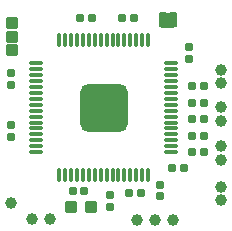
<source format=gbr>
%TF.GenerationSoftware,KiCad,Pcbnew,8.99.0-unknown-4e8e14ae3a~177~ubuntu22.04.1*%
%TF.CreationDate,2024-03-17T18:05:33+10:00*%
%TF.ProjectId,AVEFlex,41564546-6c65-4782-9e6b-696361645f70,rev?*%
%TF.SameCoordinates,Original*%
%TF.FileFunction,Soldermask,Top*%
%TF.FilePolarity,Negative*%
%FSLAX46Y46*%
G04 Gerber Fmt 4.6, Leading zero omitted, Abs format (unit mm)*
G04 Created by KiCad (PCBNEW 8.99.0-unknown-4e8e14ae3a~177~ubuntu22.04.1) date 2024-03-17 18:05:33*
%MOMM*%
%LPD*%
G01*
G04 APERTURE LIST*
G04 Aperture macros list*
%AMRoundRect*
0 Rectangle with rounded corners*
0 $1 Rounding radius*
0 $2 $3 $4 $5 $6 $7 $8 $9 X,Y pos of 4 corners*
0 Add a 4 corners polygon primitive as box body*
4,1,4,$2,$3,$4,$5,$6,$7,$8,$9,$2,$3,0*
0 Add four circle primitives for the rounded corners*
1,1,$1+$1,$2,$3*
1,1,$1+$1,$4,$5*
1,1,$1+$1,$6,$7*
1,1,$1+$1,$8,$9*
0 Add four rect primitives between the rounded corners*
20,1,$1+$1,$2,$3,$4,$5,0*
20,1,$1+$1,$4,$5,$6,$7,0*
20,1,$1+$1,$6,$7,$8,$9,0*
20,1,$1+$1,$8,$9,$2,$3,0*%
G04 Aperture macros list end*
%ADD10RoundRect,0.101600X0.198400X0.248400X-0.198400X0.248400X-0.198400X-0.248400X0.198400X-0.248400X0*%
%ADD11RoundRect,0.101600X-0.198400X-0.248400X0.198400X-0.248400X0.198400X0.248400X-0.198400X0.248400X0*%
%ADD12RoundRect,0.101600X0.248400X-0.198400X0.248400X0.198400X-0.248400X0.198400X-0.248400X-0.198400X0*%
%ADD13RoundRect,0.101600X-0.248400X0.198400X-0.248400X-0.198400X0.248400X-0.198400X0.248400X0.198400X0*%
%ADD14RoundRect,0.150000X0.350000X0.350000X-0.350000X0.350000X-0.350000X-0.350000X0.350000X-0.350000X0*%
%ADD15RoundRect,0.600000X-1.400000X1.400000X-1.400000X-1.400000X1.400000X-1.400000X1.400000X1.400000X0*%
%ADD16RoundRect,0.101600X-0.498400X0.048400X-0.498400X-0.048400X0.498400X-0.048400X0.498400X0.048400X0*%
%ADD17RoundRect,0.101600X-0.048400X0.498400X-0.048400X-0.498400X0.048400X-0.498400X0.048400X0.498400X0*%
%ADD18RoundRect,0.500000X-0.000010X-0.000010X0.000010X-0.000010X0.000010X0.000010X-0.000010X0.000010X0*%
%ADD19RoundRect,0.500000X-0.000014X0.000000X0.000000X-0.000014X0.000014X0.000000X0.000000X0.000014X0*%
%ADD20RoundRect,0.150000X-0.350000X-0.350000X0.350000X-0.350000X0.350000X0.350000X-0.350000X0.350000X0*%
%ADD21RoundRect,0.101600X-0.215900X-0.533400X0.215900X-0.533400X0.215900X0.533400X-0.215900X0.533400X0*%
G04 APERTURE END LIST*
D10*
%TO.C,C2*%
X149143358Y-102082597D03*
X150143358Y-102082597D03*
%TD*%
D11*
%TO.C,R5*%
X156113904Y-107866059D03*
X155113904Y-107866059D03*
%TD*%
%TO.C,R4*%
X156113904Y-109263059D03*
X155113904Y-109263059D03*
%TD*%
%TO.C,R3*%
X156113904Y-112057059D03*
X155113904Y-112057059D03*
%TD*%
%TO.C,R2*%
X156113904Y-113454059D03*
X155113904Y-113454059D03*
%TD*%
D12*
%TO.C,C11*%
X154851904Y-104572059D03*
X154851904Y-105572059D03*
%TD*%
D13*
%TO.C,C5*%
X139739898Y-112163481D03*
X139739898Y-111163481D03*
%TD*%
D14*
%TO.C,C1*%
X144805558Y-118135403D03*
X146505558Y-118135403D03*
%TD*%
D10*
%TO.C,C3*%
X145587361Y-102082603D03*
X146587361Y-102082603D03*
%TD*%
D13*
%TO.C,C4*%
X139740448Y-107799519D03*
X139740448Y-106799519D03*
%TD*%
D10*
%TO.C,C6*%
X144977758Y-116763800D03*
X145977758Y-116763800D03*
%TD*%
D13*
%TO.C,C7*%
X148119361Y-118076603D03*
X148119361Y-117076603D03*
%TD*%
D10*
%TO.C,C8*%
X149772167Y-116881513D03*
X150772167Y-116881513D03*
%TD*%
%TO.C,C9*%
X153409564Y-114792641D03*
X154409564Y-114792641D03*
%TD*%
D11*
%TO.C,C10*%
X156113904Y-110660059D03*
X155113904Y-110660059D03*
%TD*%
D13*
%TO.C,R1*%
X152370142Y-117212700D03*
X152370142Y-116212700D03*
%TD*%
D15*
%TO.C,IC1*%
X147611358Y-109702603D03*
D16*
X153311358Y-105952603D03*
X153311358Y-106452603D03*
X153311358Y-106952603D03*
X153311358Y-107452603D03*
X153311358Y-107952603D03*
X153311358Y-108452603D03*
X153311358Y-108952603D03*
X153311358Y-109452603D03*
X153311358Y-109952603D03*
X153311358Y-110452603D03*
X153311358Y-110952603D03*
X153311358Y-111452603D03*
X153311358Y-111952603D03*
X153311358Y-112452603D03*
X153311358Y-112952603D03*
X153311358Y-113452603D03*
D17*
X151361358Y-115402603D03*
X150861358Y-115402603D03*
X150361358Y-115402603D03*
X149861358Y-115402603D03*
X149361358Y-115402603D03*
X148861358Y-115402603D03*
X148361358Y-115402603D03*
X147861358Y-115402603D03*
X147361358Y-115402603D03*
X146861358Y-115402603D03*
X146361358Y-115402603D03*
X145861358Y-115402603D03*
X145361358Y-115402603D03*
X144861358Y-115402603D03*
X144361358Y-115402603D03*
X143861358Y-115402603D03*
D16*
X141911358Y-113452603D03*
X141911358Y-112952603D03*
X141911358Y-112452603D03*
X141911358Y-111952603D03*
X141911358Y-111452603D03*
X141911358Y-110952603D03*
X141911358Y-110452603D03*
X141911358Y-109952603D03*
X141911358Y-109452603D03*
X141911358Y-108952603D03*
X141911358Y-108452603D03*
X141911358Y-107952603D03*
X141911358Y-107452603D03*
X141911358Y-106952603D03*
X141911358Y-106452603D03*
X141911358Y-105952603D03*
D17*
X143861358Y-104002603D03*
X144361358Y-104002603D03*
X144861358Y-104002603D03*
X145361358Y-104002603D03*
X145861358Y-104002603D03*
X146361358Y-104002603D03*
X146861358Y-104002603D03*
X147361358Y-104002603D03*
X147861358Y-104002603D03*
X148361358Y-104002603D03*
X148861358Y-104002603D03*
X149361358Y-104002603D03*
X149861358Y-104002603D03*
X150361358Y-104002603D03*
X150861358Y-104002603D03*
X151361358Y-104002603D03*
%TD*%
D18*
%TO.C,TP1*%
X157518904Y-112946059D03*
%TD*%
%TO.C,TP2*%
X157518904Y-109644059D03*
%TD*%
%TO.C,TP3*%
X157518904Y-106469059D03*
%TD*%
%TO.C,TP4*%
X141515364Y-119100600D03*
%TD*%
%TO.C,TP5*%
X143039361Y-119100597D03*
%TD*%
%TO.C,TP6*%
X157518904Y-116375059D03*
%TD*%
%TO.C,TP7*%
X150406904Y-119169059D03*
%TD*%
%TO.C,TP8*%
X151930904Y-119169059D03*
%TD*%
%TO.C,TP11*%
X157518904Y-114089059D03*
%TD*%
%TO.C,TP12*%
X157518904Y-110787059D03*
%TD*%
%TO.C,TP13*%
X157518904Y-107612059D03*
%TD*%
%TO.C,TP15*%
X139803401Y-117802656D03*
%TD*%
%TO.C,TP16*%
X153454904Y-119169059D03*
%TD*%
D19*
%TO.C,TP18*%
X157518904Y-117518059D03*
%TD*%
D20*
%TO.C,TP21*%
X139865904Y-104818059D03*
%TD*%
%TO.C,TP20*%
X139865904Y-102532059D03*
%TD*%
%TO.C,TP22*%
X139865904Y-103675059D03*
%TD*%
D21*
%TO.C,JP1*%
X153480304Y-102278059D03*
X152667504Y-102278059D03*
%TD*%
G36*
X153578536Y-101648968D02*
G01*
X153581904Y-101657100D01*
X153581904Y-102899019D01*
X153578536Y-102907151D01*
X153570404Y-102910519D01*
X152450404Y-102910519D01*
X152442272Y-102907151D01*
X152438904Y-102899019D01*
X152438904Y-101657100D01*
X152442272Y-101648968D01*
X152450404Y-101645600D01*
X153570404Y-101645600D01*
X153578536Y-101648968D01*
G37*
M02*

</source>
